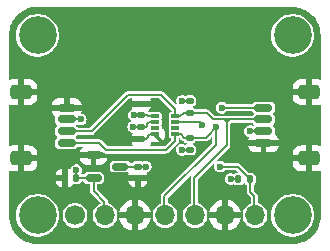
<source format=gbr>
%TF.GenerationSoftware,KiCad,Pcbnew,8.0.3-8.0.3-0~ubuntu23.10.1*%
%TF.CreationDate,2024-08-01T21:15:56-04:00*%
%TF.ProjectId,OPT4001,4f505434-3030-4312-9e6b-696361645f70,rev?*%
%TF.SameCoordinates,Original*%
%TF.FileFunction,Copper,L1,Top*%
%TF.FilePolarity,Positive*%
%FSLAX46Y46*%
G04 Gerber Fmt 4.6, Leading zero omitted, Abs format (unit mm)*
G04 Created by KiCad (PCBNEW 8.0.3-8.0.3-0~ubuntu23.10.1) date 2024-08-01 21:15:56*
%MOMM*%
%LPD*%
G01*
G04 APERTURE LIST*
G04 Aperture macros list*
%AMRoundRect*
0 Rectangle with rounded corners*
0 $1 Rounding radius*
0 $2 $3 $4 $5 $6 $7 $8 $9 X,Y pos of 4 corners*
0 Add a 4 corners polygon primitive as box body*
4,1,4,$2,$3,$4,$5,$6,$7,$8,$9,$2,$3,0*
0 Add four circle primitives for the rounded corners*
1,1,$1+$1,$2,$3*
1,1,$1+$1,$4,$5*
1,1,$1+$1,$6,$7*
1,1,$1+$1,$8,$9*
0 Add four rect primitives between the rounded corners*
20,1,$1+$1,$2,$3,$4,$5,0*
20,1,$1+$1,$4,$5,$6,$7,0*
20,1,$1+$1,$6,$7,$8,$9,0*
20,1,$1+$1,$8,$9,$2,$3,0*%
G04 Aperture macros list end*
%TA.AperFunction,SMDPad,CuDef*%
%ADD10RoundRect,0.135000X-0.185000X0.135000X-0.185000X-0.135000X0.185000X-0.135000X0.185000X0.135000X0*%
%TD*%
%TA.AperFunction,ComponentPad*%
%ADD11C,3.200000*%
%TD*%
%TA.AperFunction,SMDPad,CuDef*%
%ADD12RoundRect,0.150000X-0.625000X0.150000X-0.625000X-0.150000X0.625000X-0.150000X0.625000X0.150000X0*%
%TD*%
%TA.AperFunction,SMDPad,CuDef*%
%ADD13RoundRect,0.250000X-0.650000X0.350000X-0.650000X-0.350000X0.650000X-0.350000X0.650000X0.350000X0*%
%TD*%
%TA.AperFunction,SMDPad,CuDef*%
%ADD14RoundRect,0.135000X-0.135000X-0.185000X0.135000X-0.185000X0.135000X0.185000X-0.135000X0.185000X0*%
%TD*%
%TA.AperFunction,SMDPad,CuDef*%
%ADD15RoundRect,0.140000X0.140000X0.170000X-0.140000X0.170000X-0.140000X-0.170000X0.140000X-0.170000X0*%
%TD*%
%TA.AperFunction,SMDPad,CuDef*%
%ADD16RoundRect,0.150000X-0.512500X-0.150000X0.512500X-0.150000X0.512500X0.150000X-0.512500X0.150000X0*%
%TD*%
%TA.AperFunction,SMDPad,CuDef*%
%ADD17RoundRect,0.135000X0.185000X-0.135000X0.185000X0.135000X-0.185000X0.135000X-0.185000X-0.135000X0*%
%TD*%
%TA.AperFunction,SMDPad,CuDef*%
%ADD18RoundRect,0.140000X0.170000X-0.140000X0.170000X0.140000X-0.170000X0.140000X-0.170000X-0.140000X0*%
%TD*%
%TA.AperFunction,SMDPad,CuDef*%
%ADD19RoundRect,0.140000X-0.170000X0.140000X-0.170000X-0.140000X0.170000X-0.140000X0.170000X0.140000X0*%
%TD*%
%TA.AperFunction,SMDPad,CuDef*%
%ADD20RoundRect,0.150000X0.625000X-0.150000X0.625000X0.150000X-0.625000X0.150000X-0.625000X-0.150000X0*%
%TD*%
%TA.AperFunction,SMDPad,CuDef*%
%ADD21RoundRect,0.250000X0.650000X-0.350000X0.650000X0.350000X-0.650000X0.350000X-0.650000X-0.350000X0*%
%TD*%
%TA.AperFunction,SMDPad,CuDef*%
%ADD22R,0.720000X0.300000*%
%TD*%
%TA.AperFunction,ComponentPad*%
%ADD23O,1.700000X1.700000*%
%TD*%
%TA.AperFunction,ComponentPad*%
%ADD24C,1.700000*%
%TD*%
%TA.AperFunction,ViaPad*%
%ADD25C,0.600000*%
%TD*%
%TA.AperFunction,Conductor*%
%ADD26C,0.200000*%
%TD*%
G04 APERTURE END LIST*
D10*
%TO.P,R1,1*%
%TO.N,Net-(JP1-B)*%
X117000000Y-95390000D03*
%TO.P,R1,2*%
%TO.N,GND*%
X117000000Y-96410000D03*
%TD*%
D11*
%TO.P,H1,1,1*%
%TO.N,unconnected-(H1-Pad1)*%
X108204000Y-87630000D03*
%TD*%
D12*
%TO.P,J1,1,Pin_1*%
%TO.N,GND*%
X110664000Y-93750000D03*
%TO.P,J1,2,Pin_2*%
%TO.N,VDD*%
X110664000Y-94750000D03*
%TO.P,J1,3,Pin_3*%
%TO.N,/SDA*%
X110664000Y-95750000D03*
%TO.P,J1,4,Pin_4*%
%TO.N,/SCL*%
X110664000Y-96750000D03*
D13*
%TO.P,J1,MP,MountPin*%
%TO.N,GND*%
X106789000Y-92450000D03*
X106789000Y-98050000D03*
%TD*%
D11*
%TO.P,H4,1,1*%
%TO.N,unconnected-(H4-Pad1)*%
X129794000Y-87630000D03*
%TD*%
D14*
%TO.P,R6,1*%
%TO.N,VDD*%
X125190000Y-99800000D03*
%TO.P,R6,2*%
%TO.N,/INT*%
X126210000Y-99800000D03*
%TD*%
D15*
%TO.P,C3,1*%
%TO.N,+3.3V*%
X111490000Y-99691100D03*
%TO.P,C3,2*%
%TO.N,GND*%
X110530000Y-99691100D03*
%TD*%
D11*
%TO.P,H3,1,1*%
%TO.N,unconnected-(H3-Pad1)*%
X108204000Y-102870000D03*
%TD*%
D16*
%TO.P,U2,1,GND*%
%TO.N,GND*%
X112942500Y-97791100D03*
%TO.P,U2,2,VO*%
%TO.N,+3.3V*%
X112942500Y-99691100D03*
%TO.P,U2,3,VI*%
%TO.N,VDD*%
X115217500Y-98741100D03*
%TD*%
D17*
%TO.P,R4,1*%
%TO.N,VDD*%
X121100000Y-97310000D03*
%TO.P,R4,2*%
%TO.N,/SCL*%
X121100000Y-96290000D03*
%TD*%
D11*
%TO.P,H2,1,1*%
%TO.N,unconnected-(H2-Pad1)*%
X129794000Y-102870000D03*
%TD*%
D18*
%TO.P,C1,1*%
%TO.N,+3.3V*%
X117000000Y-94380000D03*
%TO.P,C1,2*%
%TO.N,GND*%
X117000000Y-93420000D03*
%TD*%
D19*
%TO.P,C2,1*%
%TO.N,VDD*%
X116680000Y-98741100D03*
%TO.P,C2,2*%
%TO.N,GND*%
X116680000Y-99701100D03*
%TD*%
D10*
%TO.P,R3,1*%
%TO.N,VDD*%
X121100000Y-93190000D03*
%TO.P,R3,2*%
%TO.N,/SDA*%
X121100000Y-94210000D03*
%TD*%
D20*
%TO.P,J2,1,Pin_1*%
%TO.N,GND*%
X127334000Y-96750000D03*
%TO.P,J2,2,Pin_2*%
%TO.N,VDD*%
X127334000Y-95750000D03*
%TO.P,J2,3,Pin_3*%
%TO.N,/SDA*%
X127334000Y-94750000D03*
%TO.P,J2,4,Pin_4*%
%TO.N,/SCL*%
X127334000Y-93750000D03*
D21*
%TO.P,J2,MP,MountPin*%
%TO.N,GND*%
X131209000Y-98050000D03*
X131209000Y-92450000D03*
%TD*%
D22*
%TO.P,U1,1,VDD*%
%TO.N,+3.3V*%
X118139000Y-94500000D03*
%TO.P,U1,2,ADDR*%
%TO.N,Net-(JP1-B)*%
X118139000Y-95000000D03*
%TO.P,U1,3,NC*%
%TO.N,unconnected-(U1-NC-Pad3)*%
X118139000Y-95500000D03*
%TO.P,U1,4,GND*%
%TO.N,GND*%
X118139000Y-96000000D03*
%TO.P,U1,5,SCL*%
%TO.N,/SCL*%
X119859000Y-96000000D03*
%TO.P,U1,6,NC*%
%TO.N,unconnected-(U1-NC-Pad6)*%
X119859000Y-95500000D03*
%TO.P,U1,7,INT*%
%TO.N,/INT*%
X119859000Y-95000000D03*
%TO.P,U1,8,SDA*%
%TO.N,/SDA*%
X119859000Y-94500000D03*
%TD*%
D23*
%TO.P,J3,7,Pin_7*%
%TO.N,/INT*%
X126614000Y-102870000D03*
%TO.P,J3,6,Pin_6*%
%TO.N,GND*%
X124074000Y-102870000D03*
%TO.P,J3,5,Pin_5*%
%TO.N,/SDA*%
X121534000Y-102870000D03*
%TO.P,J3,4,Pin_4*%
%TO.N,/SCL*%
X118994000Y-102870000D03*
%TO.P,J3,3,Pin_3*%
%TO.N,GND*%
X116454000Y-102870000D03*
%TO.P,J3,2,Pin_2*%
%TO.N,+3.3V*%
X113914000Y-102870000D03*
D24*
%TO.P,J3,1,Pin_1*%
%TO.N,VDD*%
X111374000Y-102870000D03*
%TD*%
D25*
%TO.N,GND*%
X111950000Y-97790000D03*
X116320000Y-96410000D03*
X116360000Y-93430000D03*
X126210000Y-96750000D03*
X111850000Y-93750000D03*
%TO.N,/SCL*%
X123310000Y-95430000D03*
X123800000Y-93750000D03*
%TO.N,VDD*%
X124580000Y-99790000D03*
X126210000Y-95750000D03*
X120420000Y-97310000D03*
X120450000Y-93190000D03*
X111850000Y-94750000D03*
X117350000Y-98740000D03*
%TO.N,/INT*%
X122100000Y-95180000D03*
X123660000Y-98740000D03*
%TO.N,+3.3V*%
X111500000Y-99040000D03*
X116370000Y-94380000D03*
%TO.N,Net-(JP1-B)*%
X116320000Y-95390000D03*
%TD*%
D26*
%TO.N,GND*%
X117000000Y-93420000D02*
X116370000Y-93420000D01*
X112942500Y-97791100D02*
X111951100Y-97791100D01*
X110664000Y-93750000D02*
X111850000Y-93750000D01*
X117420000Y-96410000D02*
X117000000Y-96410000D01*
X111951100Y-97791100D02*
X111950000Y-97790000D01*
X118139000Y-96000000D02*
X117710000Y-96000000D01*
X117560000Y-96150000D02*
X117560000Y-96270000D01*
X127334000Y-96750000D02*
X126210000Y-96750000D01*
X116370000Y-93420000D02*
X116360000Y-93430000D01*
X117000000Y-96410000D02*
X116320000Y-96410000D01*
X117710000Y-96000000D02*
X117560000Y-96150000D01*
X117560000Y-96270000D02*
X117420000Y-96410000D01*
%TO.N,/SCL*%
X123310000Y-95430000D02*
X123310000Y-96880000D01*
X120330000Y-96000000D02*
X120620000Y-96290000D01*
X114030000Y-97340000D02*
X119060000Y-97340000D01*
X119859000Y-96000000D02*
X120330000Y-96000000D01*
X123310000Y-96880000D02*
X118934000Y-101256000D01*
X120620000Y-96290000D02*
X121100000Y-96290000D01*
X119859000Y-96541000D02*
X119859000Y-96000000D01*
X118934000Y-101256000D02*
X118934000Y-102870000D01*
X110664000Y-96750000D02*
X113440000Y-96750000D01*
X122610000Y-96130000D02*
X123310000Y-95430000D01*
X113440000Y-96750000D02*
X114030000Y-97340000D01*
X123800000Y-93750000D02*
X127334000Y-93750000D01*
X122450000Y-96290000D02*
X122610000Y-96130000D01*
X121100000Y-96290000D02*
X122450000Y-96290000D01*
X119060000Y-97340000D02*
X119859000Y-96541000D01*
%TO.N,/SDA*%
X123070000Y-94750000D02*
X123980000Y-94750000D01*
X124230000Y-94750000D02*
X124230000Y-95000000D01*
X119859000Y-93859000D02*
X118660000Y-92660000D01*
X124480000Y-94750000D02*
X127334000Y-94750000D01*
X121474000Y-99696000D02*
X121474000Y-102870000D01*
X121100000Y-94210000D02*
X122530000Y-94210000D01*
X118660000Y-92660000D02*
X115870000Y-92660000D01*
X112780000Y-95750000D02*
X110664000Y-95750000D01*
X124230000Y-96940000D02*
X121474000Y-99696000D01*
X120300000Y-94500000D02*
X120590000Y-94210000D01*
X124230000Y-94750000D02*
X124480000Y-94750000D01*
X115870000Y-92660000D02*
X112780000Y-95750000D01*
X119859000Y-94500000D02*
X119859000Y-93859000D01*
X120590000Y-94210000D02*
X121100000Y-94210000D01*
X124230000Y-95000000D02*
X124480000Y-94750000D01*
X119859000Y-94500000D02*
X120300000Y-94500000D01*
X124230000Y-95000000D02*
X123980000Y-94750000D01*
X124230000Y-95000000D02*
X124230000Y-96940000D01*
X122530000Y-94210000D02*
X123070000Y-94750000D01*
X123980000Y-94750000D02*
X124230000Y-94750000D01*
%TO.N,VDD*%
X127334000Y-95750000D02*
X126210000Y-95750000D01*
X121100000Y-93190000D02*
X120450000Y-93190000D01*
X124590000Y-99800000D02*
X124580000Y-99790000D01*
X117348900Y-98741100D02*
X117350000Y-98740000D01*
X125190000Y-99800000D02*
X124590000Y-99800000D01*
X121100000Y-97310000D02*
X120420000Y-97310000D01*
X116680000Y-98741100D02*
X117348900Y-98741100D01*
X110664000Y-94750000D02*
X111850000Y-94750000D01*
X116680000Y-98741100D02*
X115217500Y-98741100D01*
%TO.N,/INT*%
X126210000Y-100910000D02*
X126554000Y-101254000D01*
X126210000Y-99800000D02*
X125150000Y-98740000D01*
X121920000Y-95000000D02*
X122100000Y-95180000D01*
X126210000Y-99800000D02*
X126210000Y-100910000D01*
X125150000Y-98740000D02*
X123660000Y-98740000D01*
X119859000Y-95000000D02*
X121920000Y-95000000D01*
X126554000Y-101254000D02*
X126554000Y-102870000D01*
%TO.N,+3.3V*%
X112942500Y-100792500D02*
X113854000Y-101704000D01*
X111490000Y-99691100D02*
X111490000Y-99050000D01*
X111490000Y-99691100D02*
X112942500Y-99691100D01*
X113854000Y-101704000D02*
X113854000Y-102870000D01*
X117570000Y-94500000D02*
X118139000Y-94500000D01*
X117000000Y-94380000D02*
X116370000Y-94380000D01*
X112942500Y-99691100D02*
X112942500Y-100792500D01*
X111490000Y-99050000D02*
X111500000Y-99040000D01*
X117000000Y-94380000D02*
X117450000Y-94380000D01*
X117450000Y-94380000D02*
X117570000Y-94500000D01*
%TO.N,Net-(JP1-B)*%
X117000000Y-95390000D02*
X117389000Y-95390000D01*
X117479000Y-95160000D02*
X117639000Y-95000000D01*
X117000000Y-95390000D02*
X116320000Y-95390000D01*
X117389000Y-95390000D02*
X117479000Y-95300000D01*
X117639000Y-95000000D02*
X118139000Y-95000000D01*
X117479000Y-95300000D02*
X117479000Y-95160000D01*
%TD*%
%TA.AperFunction,Conductor*%
%TO.N,GND*%
G36*
X116217312Y-92978806D02*
G01*
X116235618Y-93023000D01*
X116233136Y-93040437D01*
X116195494Y-93169999D01*
X116195495Y-93170000D01*
X117804505Y-93170000D01*
X117804505Y-93169999D01*
X117766864Y-93040437D01*
X117772113Y-92992890D01*
X117809445Y-92962982D01*
X117826882Y-92960500D01*
X118509641Y-92960500D01*
X118553835Y-92978806D01*
X119540194Y-93965165D01*
X119558500Y-94009359D01*
X119558500Y-94087000D01*
X119540194Y-94131194D01*
X119496000Y-94149500D01*
X119479252Y-94149500D01*
X119420769Y-94161132D01*
X119420767Y-94161133D01*
X119354447Y-94205447D01*
X119310133Y-94271767D01*
X119310132Y-94271769D01*
X119298500Y-94330251D01*
X119298500Y-94669748D01*
X119311334Y-94734268D01*
X119309248Y-94734682D01*
X119309248Y-94765317D01*
X119311334Y-94765732D01*
X119300992Y-94817726D01*
X119298500Y-94830252D01*
X119298500Y-95169748D01*
X119306497Y-95209954D01*
X119311334Y-95234268D01*
X119309248Y-95234682D01*
X119309248Y-95265317D01*
X119311334Y-95265732D01*
X119310133Y-95271768D01*
X119310133Y-95271769D01*
X119306497Y-95290047D01*
X119300051Y-95322457D01*
X119298500Y-95330252D01*
X119298500Y-95669748D01*
X119309038Y-95722728D01*
X119311334Y-95734268D01*
X119309248Y-95734682D01*
X119309248Y-95765317D01*
X119311334Y-95765732D01*
X119298500Y-95830251D01*
X119298500Y-96169748D01*
X119310132Y-96228230D01*
X119310133Y-96228232D01*
X119354447Y-96294552D01*
X119420767Y-96338866D01*
X119420769Y-96338867D01*
X119479252Y-96350500D01*
X119479261Y-96350500D01*
X119479993Y-96350573D01*
X119480214Y-96350691D01*
X119482263Y-96351099D01*
X119482139Y-96351720D01*
X119522180Y-96373122D01*
X119536067Y-96418897D01*
X119518062Y-96456966D01*
X118953835Y-97021194D01*
X118909641Y-97039500D01*
X117739032Y-97039500D01*
X117694838Y-97021194D01*
X117676532Y-96977000D01*
X117688929Y-96940789D01*
X117688735Y-96940674D01*
X117689290Y-96939733D01*
X117689647Y-96938694D01*
X117690737Y-96937288D01*
X117772404Y-96799195D01*
X117772405Y-96799194D01*
X117802659Y-96695063D01*
X117832568Y-96657731D01*
X117862677Y-96650000D01*
X118546824Y-96650000D01*
X118546831Y-96649999D01*
X118573950Y-96647083D01*
X118573951Y-96647083D01*
X117971062Y-96044194D01*
X117952756Y-96000000D01*
X117971062Y-95955806D01*
X118058062Y-95868806D01*
X118102256Y-95850500D01*
X118349744Y-95850500D01*
X118393938Y-95868806D01*
X118412244Y-95913000D01*
X118393938Y-95957194D01*
X118351132Y-96000000D01*
X118857100Y-96505969D01*
X118857101Y-96505968D01*
X118942352Y-96392090D01*
X118992597Y-96257377D01*
X118998999Y-96197835D01*
X118999000Y-96197822D01*
X118999000Y-95802177D01*
X118998999Y-95802164D01*
X118992597Y-95742622D01*
X118942352Y-95607909D01*
X118857101Y-95494030D01*
X118857100Y-95494029D01*
X118806194Y-95544936D01*
X118762000Y-95563242D01*
X118717806Y-95544936D01*
X118699500Y-95500742D01*
X118699500Y-95330252D01*
X118687867Y-95271769D01*
X118687866Y-95271768D01*
X118686666Y-95265731D01*
X118688758Y-95265314D01*
X118688754Y-95234684D01*
X118686666Y-95234269D01*
X118688997Y-95222551D01*
X118699500Y-95169748D01*
X118699500Y-94830252D01*
X118687867Y-94771769D01*
X118687866Y-94771768D01*
X118686666Y-94765731D01*
X118688758Y-94765314D01*
X118688754Y-94734684D01*
X118686666Y-94734269D01*
X118689495Y-94720045D01*
X118699500Y-94669748D01*
X118699500Y-94330252D01*
X118687867Y-94271769D01*
X118686882Y-94270295D01*
X118643552Y-94205447D01*
X118577232Y-94161133D01*
X118577230Y-94161132D01*
X118518748Y-94149500D01*
X117759252Y-94149500D01*
X117696279Y-94162026D01*
X117649363Y-94152694D01*
X117639894Y-94144923D01*
X117634511Y-94139540D01*
X117634510Y-94139539D01*
X117621698Y-94132142D01*
X117621697Y-94132142D01*
X117616955Y-94129404D01*
X117587836Y-94091452D01*
X117594081Y-94044026D01*
X117604013Y-94031084D01*
X117679720Y-93955377D01*
X117762030Y-93816197D01*
X117762031Y-93816196D01*
X117804505Y-93670000D01*
X116195495Y-93670000D01*
X116237967Y-93816192D01*
X116239530Y-93819804D01*
X116238467Y-93820263D01*
X116244597Y-93863379D01*
X116215870Y-93901628D01*
X116201672Y-93907795D01*
X116159949Y-93920046D01*
X116159942Y-93920049D01*
X116038873Y-93997854D01*
X115944623Y-94106625D01*
X115944623Y-94106627D01*
X115884834Y-94237544D01*
X115864353Y-94380000D01*
X115884834Y-94522455D01*
X115891546Y-94537151D01*
X115931238Y-94624065D01*
X115944623Y-94653372D01*
X115944623Y-94653374D01*
X116038873Y-94762145D01*
X116125360Y-94817726D01*
X116152642Y-94857018D01*
X116144148Y-94904094D01*
X116113492Y-94927045D01*
X116114015Y-94928189D01*
X116109952Y-94930044D01*
X116109947Y-94930046D01*
X116109947Y-94930047D01*
X116103001Y-94934511D01*
X115988871Y-95007857D01*
X115894623Y-95116625D01*
X115894623Y-95116627D01*
X115834834Y-95247544D01*
X115814353Y-95390000D01*
X115834834Y-95532455D01*
X115834835Y-95532457D01*
X115883927Y-95639953D01*
X115894623Y-95663372D01*
X115894623Y-95663374D01*
X115977955Y-95759544D01*
X115988872Y-95772143D01*
X116109947Y-95849953D01*
X116109949Y-95849953D01*
X116109950Y-95849954D01*
X116219196Y-95882031D01*
X116256443Y-95912046D01*
X116261556Y-95959607D01*
X116255385Y-95973813D01*
X116227594Y-96020805D01*
X116187155Y-96159999D01*
X116187155Y-96160000D01*
X117187500Y-96160000D01*
X117231694Y-96178306D01*
X117250000Y-96222500D01*
X117250000Y-96597500D01*
X117231694Y-96641694D01*
X117187500Y-96660000D01*
X116187155Y-96660000D01*
X116227594Y-96799194D01*
X116227595Y-96799195D01*
X116309262Y-96937288D01*
X116310353Y-96938694D01*
X116310575Y-96939508D01*
X116311265Y-96940674D01*
X116310946Y-96940862D01*
X116322975Y-96984834D01*
X116299274Y-97026385D01*
X116260968Y-97039500D01*
X114180359Y-97039500D01*
X114136165Y-97021194D01*
X113624510Y-96509539D01*
X113605574Y-96498607D01*
X113603676Y-96497511D01*
X113555989Y-96469979D01*
X113555988Y-96469978D01*
X113555987Y-96469978D01*
X113479567Y-96449500D01*
X113479562Y-96449500D01*
X111644581Y-96449500D01*
X111600387Y-96431194D01*
X111588432Y-96414450D01*
X111578199Y-96393519D01*
X111578197Y-96393516D01*
X111495483Y-96310802D01*
X111495479Y-96310800D01*
X111485965Y-96306149D01*
X111454302Y-96270295D01*
X111457265Y-96222551D01*
X111485964Y-96193851D01*
X111495483Y-96189198D01*
X111578198Y-96106483D01*
X111582524Y-96097633D01*
X111588432Y-96085550D01*
X111624288Y-96053886D01*
X111644581Y-96050500D01*
X112819562Y-96050500D01*
X112819567Y-96050499D01*
X112843096Y-96044194D01*
X112895989Y-96030021D01*
X112964511Y-95990460D01*
X113020460Y-95934511D01*
X115976165Y-92978806D01*
X116020359Y-92960500D01*
X116173118Y-92960500D01*
X116217312Y-92978806D01*
G37*
%TD.AperFunction*%
%TA.AperFunction,Conductor*%
G36*
X129766884Y-85207613D02*
G01*
X130052036Y-85224862D01*
X130059503Y-85225769D01*
X130338629Y-85276921D01*
X130345956Y-85278727D01*
X130544347Y-85340548D01*
X130616871Y-85363147D01*
X130623927Y-85365822D01*
X130882707Y-85482289D01*
X130889377Y-85485791D01*
X131044035Y-85579285D01*
X131132219Y-85632594D01*
X131138430Y-85636881D01*
X131361809Y-85811888D01*
X131367458Y-85816893D01*
X131568106Y-86017541D01*
X131573111Y-86023190D01*
X131748118Y-86246569D01*
X131752405Y-86252780D01*
X131899205Y-86495616D01*
X131902713Y-86502299D01*
X132019176Y-86761071D01*
X132021852Y-86768128D01*
X132106272Y-87039043D01*
X132108078Y-87046371D01*
X132159228Y-87325483D01*
X132160138Y-87332976D01*
X132175991Y-87595071D01*
X132175899Y-87597521D01*
X132177385Y-87621971D01*
X132177500Y-87625761D01*
X132177500Y-87649102D01*
X132177629Y-87649669D01*
X132190183Y-87675440D01*
X132190305Y-87675692D01*
X132200310Y-87696466D01*
X132206500Y-87723585D01*
X132206500Y-91338492D01*
X132188194Y-91382686D01*
X132144000Y-91400992D01*
X132124341Y-91397820D01*
X132011691Y-91360492D01*
X131908986Y-91350000D01*
X131459000Y-91350000D01*
X131459000Y-93549999D01*
X131908976Y-93549999D01*
X131908987Y-93549998D01*
X132011687Y-93539507D01*
X132011694Y-93539506D01*
X132124341Y-93502179D01*
X132172050Y-93505655D01*
X132203328Y-93541848D01*
X132206500Y-93561507D01*
X132206500Y-96938492D01*
X132188194Y-96982686D01*
X132144000Y-97000992D01*
X132124341Y-96997820D01*
X132011691Y-96960492D01*
X131908986Y-96950000D01*
X131459000Y-96950000D01*
X131459000Y-99149999D01*
X131908976Y-99149999D01*
X131908987Y-99149998D01*
X132011687Y-99139507D01*
X132011694Y-99139506D01*
X132124341Y-99102179D01*
X132172050Y-99105655D01*
X132203328Y-99141848D01*
X132206500Y-99161507D01*
X132206500Y-102868110D01*
X132206386Y-102871884D01*
X132189138Y-103157023D01*
X132188228Y-103164515D01*
X132137078Y-103443628D01*
X132135272Y-103450956D01*
X132050852Y-103721871D01*
X132048176Y-103728928D01*
X131931713Y-103987700D01*
X131928205Y-103994383D01*
X131781405Y-104237219D01*
X131777118Y-104243430D01*
X131602111Y-104466809D01*
X131597106Y-104472458D01*
X131396458Y-104673106D01*
X131390809Y-104678111D01*
X131167430Y-104853118D01*
X131161219Y-104857405D01*
X130918383Y-105004205D01*
X130911700Y-105007713D01*
X130652928Y-105124176D01*
X130645871Y-105126852D01*
X130374956Y-105211272D01*
X130367628Y-105213078D01*
X130088515Y-105264228D01*
X130081023Y-105265138D01*
X129795885Y-105282386D01*
X129792111Y-105282500D01*
X108205889Y-105282500D01*
X108202115Y-105282386D01*
X107916976Y-105265138D01*
X107909484Y-105264228D01*
X107630371Y-105213078D01*
X107623043Y-105211272D01*
X107352128Y-105126852D01*
X107345071Y-105124176D01*
X107086299Y-105007713D01*
X107079616Y-105004205D01*
X106836780Y-104857405D01*
X106830569Y-104853118D01*
X106607190Y-104678111D01*
X106601541Y-104673106D01*
X106400893Y-104472458D01*
X106395888Y-104466809D01*
X106220881Y-104243430D01*
X106216594Y-104237219D01*
X106159895Y-104143428D01*
X106069791Y-103994377D01*
X106066289Y-103987707D01*
X105949822Y-103728927D01*
X105947147Y-103721871D01*
X105862727Y-103450956D01*
X105860921Y-103443628D01*
X105847428Y-103370000D01*
X105809769Y-103164503D01*
X105808862Y-103157034D01*
X105791614Y-102871883D01*
X105791557Y-102870000D01*
X106398451Y-102870000D01*
X106417185Y-103120000D01*
X106418617Y-103139102D01*
X106418617Y-103139104D01*
X106478663Y-103402188D01*
X106478666Y-103402195D01*
X106577257Y-103653398D01*
X106712185Y-103887102D01*
X106712187Y-103887105D01*
X106712191Y-103887111D01*
X106880432Y-104098077D01*
X106880435Y-104098080D01*
X106880439Y-104098085D01*
X107078259Y-104281635D01*
X107078264Y-104281638D01*
X107078267Y-104281641D01*
X107219101Y-104377659D01*
X107301226Y-104433651D01*
X107544359Y-104550738D01*
X107684469Y-104593956D01*
X107802217Y-104630277D01*
X107802221Y-104630278D01*
X107802228Y-104630280D01*
X108069071Y-104670500D01*
X108069077Y-104670500D01*
X108338923Y-104670500D01*
X108338929Y-104670500D01*
X108605772Y-104630280D01*
X108863641Y-104550738D01*
X109106775Y-104433651D01*
X109329741Y-104281635D01*
X109527561Y-104098085D01*
X109695815Y-103887102D01*
X109830743Y-103653398D01*
X109929334Y-103402195D01*
X109936683Y-103370000D01*
X109959484Y-103270099D01*
X109989383Y-103139103D01*
X110009549Y-102870000D01*
X110009549Y-102869999D01*
X110318417Y-102869999D01*
X110318417Y-102870000D01*
X110338699Y-103075930D01*
X110338700Y-103075935D01*
X110398766Y-103273949D01*
X110398768Y-103273954D01*
X110496311Y-103456444D01*
X110496313Y-103456448D01*
X110496315Y-103456450D01*
X110627590Y-103616410D01*
X110787550Y-103747685D01*
X110787553Y-103747686D01*
X110787555Y-103747688D01*
X110862912Y-103787967D01*
X110970046Y-103845232D01*
X111168066Y-103905300D01*
X111374000Y-103925583D01*
X111579934Y-103905300D01*
X111777954Y-103845232D01*
X111960450Y-103747685D01*
X112120410Y-103616410D01*
X112251685Y-103456450D01*
X112349232Y-103273954D01*
X112409300Y-103075934D01*
X112429583Y-102870000D01*
X112409300Y-102664066D01*
X112349232Y-102466046D01*
X112251685Y-102283550D01*
X112120410Y-102123590D01*
X111960450Y-101992315D01*
X111960448Y-101992313D01*
X111960444Y-101992311D01*
X111777954Y-101894768D01*
X111777949Y-101894766D01*
X111579935Y-101834700D01*
X111579930Y-101834699D01*
X111374000Y-101814417D01*
X111168069Y-101834699D01*
X111168064Y-101834700D01*
X110970050Y-101894766D01*
X110970045Y-101894768D01*
X110787555Y-101992311D01*
X110787544Y-101992319D01*
X110627591Y-102123588D01*
X110627588Y-102123591D01*
X110496319Y-102283544D01*
X110496311Y-102283555D01*
X110398768Y-102466045D01*
X110398766Y-102466050D01*
X110338700Y-102664064D01*
X110338699Y-102664069D01*
X110318417Y-102869999D01*
X110009549Y-102869999D01*
X110009407Y-102868110D01*
X110004616Y-102804174D01*
X109989383Y-102600897D01*
X109945016Y-102406512D01*
X109929336Y-102337811D01*
X109908040Y-102283550D01*
X109830743Y-102086602D01*
X109695815Y-101852898D01*
X109695810Y-101852892D01*
X109695808Y-101852888D01*
X109527567Y-101641922D01*
X109527564Y-101641919D01*
X109527561Y-101641915D01*
X109329741Y-101458365D01*
X109329735Y-101458361D01*
X109329732Y-101458358D01*
X109106775Y-101306349D01*
X108863641Y-101189262D01*
X108863638Y-101189261D01*
X108863636Y-101189260D01*
X108863632Y-101189259D01*
X108605782Y-101109722D01*
X108605773Y-101109720D01*
X108472350Y-101089610D01*
X108338929Y-101069500D01*
X108069071Y-101069500D01*
X107802226Y-101109720D01*
X107802217Y-101109722D01*
X107544367Y-101189259D01*
X107544363Y-101189260D01*
X107301225Y-101306349D01*
X107078267Y-101458358D01*
X107078260Y-101458363D01*
X107078259Y-101458365D01*
X106893903Y-101629422D01*
X106880437Y-101641917D01*
X106880432Y-101641922D01*
X106712191Y-101852888D01*
X106577258Y-102086599D01*
X106478663Y-102337811D01*
X106418617Y-102600895D01*
X106418617Y-102600897D01*
X106398593Y-102868110D01*
X106398451Y-102870000D01*
X105791557Y-102870000D01*
X105791500Y-102868110D01*
X105791500Y-99941100D01*
X109751211Y-99941100D01*
X109752856Y-99962021D01*
X109797968Y-100117296D01*
X109797969Y-100117297D01*
X109880279Y-100256477D01*
X109994622Y-100370820D01*
X110133802Y-100453130D01*
X110133803Y-100453131D01*
X110279999Y-100495605D01*
X110280000Y-100495604D01*
X110280000Y-99941100D01*
X109751211Y-99941100D01*
X105791500Y-99941100D01*
X105791500Y-99441099D01*
X109751208Y-99441099D01*
X109751209Y-99441100D01*
X110280000Y-99441100D01*
X110280000Y-98886594D01*
X110279999Y-98886593D01*
X110780000Y-98886593D01*
X110780000Y-100495605D01*
X110926196Y-100453131D01*
X110926197Y-100453130D01*
X111065377Y-100370820D01*
X111065379Y-100370819D01*
X111179719Y-100256479D01*
X111179720Y-100256477D01*
X111198228Y-100225180D01*
X111236480Y-100196457D01*
X111260183Y-100195028D01*
X111260511Y-100195071D01*
X111260513Y-100195072D01*
X111310099Y-100201600D01*
X111669900Y-100201599D01*
X111719487Y-100195072D01*
X111828316Y-100144324D01*
X111913224Y-100059416D01*
X111928020Y-100027686D01*
X111963288Y-99995369D01*
X111984664Y-99991600D01*
X112074419Y-99991600D01*
X112118613Y-100009906D01*
X112130568Y-100026650D01*
X112140800Y-100047580D01*
X112140802Y-100047583D01*
X112223517Y-100130298D01*
X112328607Y-100181673D01*
X112396740Y-100191600D01*
X112579500Y-100191600D01*
X112623694Y-100209906D01*
X112642000Y-100254100D01*
X112642000Y-100832067D01*
X112662478Y-100908486D01*
X112662478Y-100908488D01*
X112701443Y-100975977D01*
X112702040Y-100977011D01*
X113521979Y-101796950D01*
X113540285Y-101841144D01*
X113521979Y-101885338D01*
X113507247Y-101896264D01*
X113327555Y-101992311D01*
X113327544Y-101992319D01*
X113167591Y-102123588D01*
X113167588Y-102123591D01*
X113036319Y-102283544D01*
X113036311Y-102283555D01*
X112938768Y-102466045D01*
X112938766Y-102466050D01*
X112878700Y-102664064D01*
X112878699Y-102664069D01*
X112858417Y-102869999D01*
X112858417Y-102870000D01*
X112878699Y-103075930D01*
X112878700Y-103075935D01*
X112938766Y-103273949D01*
X112938768Y-103273954D01*
X113036311Y-103456444D01*
X113036313Y-103456448D01*
X113036315Y-103456450D01*
X113167590Y-103616410D01*
X113327550Y-103747685D01*
X113327553Y-103747686D01*
X113327555Y-103747688D01*
X113402912Y-103787967D01*
X113510046Y-103845232D01*
X113708066Y-103905300D01*
X113914000Y-103925583D01*
X114119934Y-103905300D01*
X114317954Y-103845232D01*
X114500450Y-103747685D01*
X114660410Y-103616410D01*
X114791685Y-103456450D01*
X114889232Y-103273954D01*
X114949300Y-103075934D01*
X114969583Y-102870000D01*
X114949300Y-102664066D01*
X114935932Y-102619998D01*
X115123363Y-102619998D01*
X115123364Y-102620000D01*
X116020988Y-102620000D01*
X115988075Y-102677007D01*
X115954000Y-102804174D01*
X115954000Y-102935826D01*
X115988075Y-103062993D01*
X116020988Y-103120000D01*
X115123364Y-103120000D01*
X115123363Y-103120001D01*
X115180567Y-103333487D01*
X115180568Y-103333489D01*
X115280398Y-103547575D01*
X115415892Y-103741081D01*
X115582918Y-103908107D01*
X115776426Y-104043603D01*
X115990503Y-104143428D01*
X115990519Y-104143434D01*
X116203998Y-104200635D01*
X116204000Y-104200634D01*
X116204000Y-103303012D01*
X116261007Y-103335925D01*
X116388174Y-103370000D01*
X116519826Y-103370000D01*
X116646993Y-103335925D01*
X116704000Y-103303012D01*
X116704000Y-104200634D01*
X116704001Y-104200635D01*
X116917480Y-104143434D01*
X116917496Y-104143428D01*
X117131573Y-104043603D01*
X117325081Y-103908107D01*
X117492107Y-103741081D01*
X117627601Y-103547575D01*
X117727431Y-103333489D01*
X117727432Y-103333487D01*
X117784636Y-103120001D01*
X117784636Y-103120000D01*
X116887012Y-103120000D01*
X116919925Y-103062993D01*
X116954000Y-102935826D01*
X116954000Y-102804174D01*
X116919925Y-102677007D01*
X116887012Y-102620000D01*
X117784636Y-102620000D01*
X117784636Y-102619998D01*
X117727432Y-102406512D01*
X117727431Y-102406510D01*
X117627600Y-102192422D01*
X117492109Y-101998920D01*
X117325081Y-101831892D01*
X117131575Y-101696398D01*
X116917489Y-101596568D01*
X116917487Y-101596567D01*
X116704001Y-101539363D01*
X116704000Y-101539364D01*
X116704000Y-102436988D01*
X116646993Y-102404075D01*
X116519826Y-102370000D01*
X116388174Y-102370000D01*
X116261007Y-102404075D01*
X116204000Y-102436988D01*
X116204000Y-101539364D01*
X116203998Y-101539363D01*
X115990512Y-101596567D01*
X115990510Y-101596568D01*
X115776422Y-101696399D01*
X115582920Y-101831890D01*
X115415890Y-101998920D01*
X115280399Y-102192422D01*
X115180568Y-102406510D01*
X115180567Y-102406512D01*
X115123363Y-102619998D01*
X114935932Y-102619998D01*
X114889232Y-102466046D01*
X114791685Y-102283550D01*
X114660410Y-102123590D01*
X114500450Y-101992315D01*
X114500448Y-101992313D01*
X114500444Y-101992311D01*
X114317957Y-101894769D01*
X114198857Y-101858640D01*
X114161880Y-101828293D01*
X114154500Y-101798831D01*
X114154500Y-101664438D01*
X114154499Y-101664435D01*
X114145117Y-101629421D01*
X114134022Y-101588012D01*
X114105934Y-101539363D01*
X114094462Y-101519492D01*
X114094455Y-101519483D01*
X113261306Y-100686334D01*
X113243000Y-100642140D01*
X113243000Y-100254100D01*
X113261306Y-100209906D01*
X113305500Y-100191600D01*
X113488259Y-100191600D01*
X113488260Y-100191600D01*
X113556393Y-100181673D01*
X113661483Y-100130298D01*
X113744198Y-100047583D01*
X113791365Y-99951100D01*
X115875495Y-99951100D01*
X115917968Y-100097296D01*
X115917969Y-100097297D01*
X116000279Y-100236477D01*
X116114622Y-100350820D01*
X116253802Y-100433130D01*
X116253803Y-100433131D01*
X116409078Y-100478243D01*
X116430000Y-100479889D01*
X116930000Y-100479889D01*
X116950921Y-100478243D01*
X117106196Y-100433131D01*
X117106197Y-100433130D01*
X117245377Y-100350820D01*
X117245379Y-100350819D01*
X117359719Y-100236479D01*
X117359720Y-100236477D01*
X117442030Y-100097297D01*
X117442031Y-100097296D01*
X117484505Y-99951100D01*
X116930000Y-99951100D01*
X116930000Y-100479889D01*
X116430000Y-100479889D01*
X116430000Y-99951100D01*
X115875495Y-99951100D01*
X113791365Y-99951100D01*
X113795573Y-99942493D01*
X113805500Y-99874360D01*
X113805500Y-99507840D01*
X113795573Y-99439707D01*
X113744198Y-99334617D01*
X113661483Y-99251902D01*
X113556393Y-99200527D01*
X113556391Y-99200526D01*
X113556390Y-99200526D01*
X113502267Y-99192640D01*
X113488260Y-99190600D01*
X112396740Y-99190600D01*
X112385121Y-99192292D01*
X112328609Y-99200526D01*
X112223515Y-99251903D01*
X112140802Y-99334616D01*
X112140800Y-99334619D01*
X112130568Y-99355550D01*
X112094712Y-99387214D01*
X112074419Y-99390600D01*
X111987360Y-99390600D01*
X111943166Y-99372294D01*
X111924860Y-99328100D01*
X111930507Y-99302139D01*
X111985165Y-99182457D01*
X112005647Y-99040000D01*
X111985165Y-98897543D01*
X111925377Y-98766627D01*
X111925376Y-98766625D01*
X111831128Y-98657857D01*
X111710053Y-98580047D01*
X111710051Y-98580046D01*
X111710049Y-98580045D01*
X111571963Y-98539500D01*
X111571961Y-98539500D01*
X111428039Y-98539500D01*
X111428037Y-98539500D01*
X111289950Y-98580045D01*
X111168871Y-98657857D01*
X111074623Y-98766625D01*
X111074622Y-98766627D01*
X111013513Y-98900437D01*
X110978502Y-98933033D01*
X110930697Y-98931325D01*
X110927240Y-98929520D01*
X110926196Y-98929068D01*
X110780000Y-98886593D01*
X110279999Y-98886593D01*
X110133803Y-98929068D01*
X110133802Y-98929069D01*
X109994622Y-99011379D01*
X109994621Y-99011381D01*
X109880281Y-99125721D01*
X109880279Y-99125722D01*
X109797969Y-99264902D01*
X109797968Y-99264903D01*
X109752854Y-99420186D01*
X109752854Y-99420191D01*
X109751208Y-99441099D01*
X105791500Y-99441099D01*
X105791500Y-99161507D01*
X105809806Y-99117313D01*
X105854000Y-99099007D01*
X105873659Y-99102179D01*
X105986308Y-99139507D01*
X106089018Y-99149999D01*
X106539000Y-99149999D01*
X107039000Y-99149999D01*
X107488976Y-99149999D01*
X107488987Y-99149998D01*
X107591687Y-99139507D01*
X107591694Y-99139506D01*
X107758121Y-99084358D01*
X107907343Y-98992317D01*
X108031317Y-98868343D01*
X108123358Y-98719121D01*
X108178507Y-98552691D01*
X108188999Y-98449986D01*
X108189000Y-98449977D01*
X108189000Y-98300000D01*
X107039000Y-98300000D01*
X107039000Y-99149999D01*
X106539000Y-99149999D01*
X106539000Y-98041100D01*
X111782704Y-98041100D01*
X111782899Y-98043588D01*
X111828718Y-98201299D01*
X111828719Y-98201301D01*
X111912315Y-98342655D01*
X112028444Y-98458784D01*
X112169798Y-98542380D01*
X112169800Y-98542381D01*
X112327511Y-98588200D01*
X112364350Y-98591100D01*
X112692500Y-98591100D01*
X113192500Y-98591100D01*
X113520650Y-98591100D01*
X113557486Y-98588200D01*
X113557490Y-98588200D01*
X113661989Y-98557840D01*
X114354500Y-98557840D01*
X114354500Y-98924359D01*
X114364426Y-98992490D01*
X114364426Y-98992491D01*
X114364427Y-98992493D01*
X114415802Y-99097583D01*
X114498517Y-99180298D01*
X114603607Y-99231673D01*
X114671740Y-99241600D01*
X114671741Y-99241600D01*
X115763259Y-99241600D01*
X115763260Y-99241600D01*
X115831393Y-99231673D01*
X115831398Y-99231670D01*
X115836030Y-99230240D01*
X115836527Y-99231851D01*
X115877967Y-99229272D01*
X115913827Y-99260930D01*
X115917700Y-99305826D01*
X115875494Y-99451099D01*
X115875495Y-99451100D01*
X117484505Y-99451100D01*
X117484505Y-99451099D01*
X117440935Y-99301129D01*
X117443006Y-99300527D01*
X117442364Y-99259575D01*
X117475654Y-99225225D01*
X117482866Y-99222617D01*
X117558098Y-99200527D01*
X117560053Y-99199953D01*
X117681128Y-99122143D01*
X117775377Y-99013373D01*
X117835165Y-98882457D01*
X117855647Y-98740000D01*
X117835165Y-98597543D01*
X117775377Y-98466627D01*
X117775376Y-98466625D01*
X117681128Y-98357857D01*
X117638863Y-98330695D01*
X117560053Y-98280047D01*
X117560051Y-98280046D01*
X117560049Y-98280045D01*
X117421963Y-98239500D01*
X117421961Y-98239500D01*
X117278039Y-98239500D01*
X117278037Y-98239500D01*
X117139948Y-98280046D01*
X117096284Y-98308106D01*
X117049208Y-98316598D01*
X117036083Y-98312171D01*
X116967190Y-98280046D01*
X116939486Y-98267127D01*
X116889901Y-98260600D01*
X116470108Y-98260600D01*
X116470106Y-98260600D01*
X116470100Y-98260601D01*
X116420513Y-98267128D01*
X116420511Y-98267128D01*
X116420510Y-98267129D01*
X116311681Y-98317877D01*
X116226778Y-98402780D01*
X116226776Y-98402783D01*
X116226776Y-98402784D01*
X116225969Y-98404513D01*
X116224841Y-98405547D01*
X116223643Y-98407259D01*
X116223263Y-98406993D01*
X116190704Y-98436830D01*
X116169326Y-98440600D01*
X116085581Y-98440600D01*
X116041387Y-98422294D01*
X116029432Y-98405550D01*
X116019199Y-98384619D01*
X116019197Y-98384616D01*
X115936484Y-98301903D01*
X115936483Y-98301902D01*
X115831393Y-98250527D01*
X115831391Y-98250526D01*
X115831390Y-98250526D01*
X115777267Y-98242640D01*
X115763260Y-98240600D01*
X114671740Y-98240600D01*
X114660121Y-98242292D01*
X114603609Y-98250526D01*
X114498515Y-98301903D01*
X114415803Y-98384615D01*
X114364426Y-98489709D01*
X114354500Y-98557840D01*
X113661989Y-98557840D01*
X113715199Y-98542381D01*
X113715201Y-98542380D01*
X113856555Y-98458784D01*
X113856557Y-98458783D01*
X113972683Y-98342657D01*
X113972684Y-98342655D01*
X114056280Y-98201301D01*
X114056281Y-98201299D01*
X114102100Y-98043588D01*
X114102296Y-98041100D01*
X113192500Y-98041100D01*
X113192500Y-98591100D01*
X112692500Y-98591100D01*
X112692500Y-98041100D01*
X111782704Y-98041100D01*
X106539000Y-98041100D01*
X106539000Y-97800000D01*
X107039000Y-97800000D01*
X108188999Y-97800000D01*
X108188999Y-97650024D01*
X108188998Y-97650012D01*
X108178507Y-97547312D01*
X108178506Y-97547305D01*
X108123358Y-97380878D01*
X108031317Y-97231656D01*
X107907343Y-97107682D01*
X107758121Y-97015641D01*
X107591691Y-96960492D01*
X107488986Y-96950000D01*
X107039000Y-96950000D01*
X107039000Y-97800000D01*
X106539000Y-97800000D01*
X106539000Y-96950000D01*
X106089024Y-96950000D01*
X106089012Y-96950001D01*
X105986312Y-96960492D01*
X105986305Y-96960493D01*
X105873659Y-96997820D01*
X105825950Y-96994344D01*
X105794672Y-96958151D01*
X105791500Y-96938492D01*
X105791500Y-94000000D01*
X109391704Y-94000000D01*
X109391899Y-94002488D01*
X109437718Y-94160199D01*
X109437719Y-94160201D01*
X109521315Y-94301555D01*
X109637439Y-94417679D01*
X109668369Y-94435971D01*
X109697090Y-94474225D01*
X109698401Y-94498778D01*
X109688500Y-94566739D01*
X109688500Y-94933259D01*
X109698426Y-95001390D01*
X109698426Y-95001391D01*
X109698427Y-95001393D01*
X109749802Y-95106483D01*
X109749803Y-95106484D01*
X109832516Y-95189197D01*
X109832519Y-95189199D01*
X109842034Y-95193851D01*
X109873698Y-95229707D01*
X109870733Y-95277450D01*
X109842034Y-95306149D01*
X109832519Y-95310800D01*
X109832516Y-95310802D01*
X109749803Y-95393515D01*
X109698426Y-95498609D01*
X109688500Y-95566740D01*
X109688500Y-95933259D01*
X109698426Y-96001390D01*
X109698426Y-96001391D01*
X109698427Y-96001393D01*
X109749802Y-96106483D01*
X109749803Y-96106484D01*
X109832516Y-96189197D01*
X109832519Y-96189199D01*
X109842034Y-96193851D01*
X109873698Y-96229707D01*
X109870733Y-96277450D01*
X109842034Y-96306149D01*
X109832519Y-96310800D01*
X109832516Y-96310802D01*
X109749803Y-96393515D01*
X109698426Y-96498609D01*
X109688500Y-96566740D01*
X109688500Y-96933259D01*
X109698426Y-97001390D01*
X109698426Y-97001391D01*
X109698427Y-97001393D01*
X109749802Y-97106483D01*
X109832517Y-97189198D01*
X109937607Y-97240573D01*
X110005740Y-97250500D01*
X110005741Y-97250500D01*
X111322259Y-97250500D01*
X111322260Y-97250500D01*
X111390393Y-97240573D01*
X111495483Y-97189198D01*
X111578198Y-97106483D01*
X111582524Y-97097633D01*
X111588432Y-97085550D01*
X111624288Y-97053886D01*
X111644581Y-97050500D01*
X111950472Y-97050500D01*
X111994666Y-97068806D01*
X112012972Y-97113000D01*
X111994666Y-97157194D01*
X111912317Y-97239543D01*
X111912315Y-97239544D01*
X111828719Y-97380898D01*
X111828718Y-97380900D01*
X111782899Y-97538611D01*
X111782703Y-97541099D01*
X111782704Y-97541100D01*
X113780241Y-97541100D01*
X113824435Y-97559406D01*
X113824436Y-97559407D01*
X113845484Y-97580456D01*
X113845487Y-97580458D01*
X113845489Y-97580460D01*
X113914011Y-97620021D01*
X113937396Y-97626287D01*
X113990432Y-97640499D01*
X113990438Y-97640500D01*
X119099562Y-97640500D01*
X119099567Y-97640499D01*
X119122271Y-97634414D01*
X119175989Y-97620021D01*
X119244511Y-97580460D01*
X119300460Y-97524511D01*
X120099460Y-96725511D01*
X120139022Y-96656988D01*
X120159500Y-96580562D01*
X120159500Y-96501438D01*
X120159500Y-96413000D01*
X120177806Y-96368806D01*
X120222000Y-96350500D01*
X120229641Y-96350500D01*
X120273835Y-96368806D01*
X120379540Y-96474511D01*
X120435489Y-96530460D01*
X120504011Y-96570021D01*
X120527396Y-96576287D01*
X120580432Y-96590499D01*
X120580438Y-96590500D01*
X120582461Y-96590500D01*
X120583402Y-96590890D01*
X120584496Y-96591034D01*
X120584457Y-96591326D01*
X120626655Y-96608806D01*
X120633658Y-96617151D01*
X120635933Y-96620401D01*
X120635935Y-96620404D01*
X120635937Y-96620406D01*
X120719593Y-96704063D01*
X120719594Y-96704063D01*
X120719596Y-96704065D01*
X120803856Y-96743356D01*
X120836172Y-96778623D01*
X120834085Y-96826413D01*
X120803855Y-96856643D01*
X120740307Y-96886277D01*
X120692518Y-96888364D01*
X120680104Y-96882212D01*
X120640318Y-96856644D01*
X120630053Y-96850047D01*
X120630052Y-96850046D01*
X120630051Y-96850046D01*
X120491963Y-96809500D01*
X120491961Y-96809500D01*
X120348039Y-96809500D01*
X120348037Y-96809500D01*
X120209950Y-96850045D01*
X120088871Y-96927857D01*
X119994623Y-97036625D01*
X119994623Y-97036627D01*
X119934834Y-97167544D01*
X119914353Y-97310000D01*
X119934834Y-97452455D01*
X119934835Y-97452457D01*
X119978154Y-97547312D01*
X119994623Y-97583372D01*
X119994623Y-97583374D01*
X120052366Y-97650013D01*
X120088872Y-97692143D01*
X120209947Y-97769953D01*
X120209949Y-97769953D01*
X120209950Y-97769954D01*
X120348036Y-97810499D01*
X120348038Y-97810500D01*
X120348039Y-97810500D01*
X120491962Y-97810500D01*
X120491962Y-97810499D01*
X120630053Y-97769953D01*
X120680103Y-97737787D01*
X120727176Y-97729294D01*
X120740303Y-97733721D01*
X120826827Y-97774068D01*
X120875684Y-97780500D01*
X120875690Y-97780500D01*
X121324310Y-97780500D01*
X121324316Y-97780500D01*
X121373173Y-97774068D01*
X121480404Y-97724065D01*
X121564065Y-97640404D01*
X121614068Y-97533173D01*
X121620500Y-97484316D01*
X121620500Y-97135684D01*
X121614068Y-97086827D01*
X121564065Y-96979596D01*
X121564063Y-96979594D01*
X121564063Y-96979593D01*
X121480406Y-96895936D01*
X121464168Y-96888364D01*
X121396143Y-96856643D01*
X121363827Y-96821376D01*
X121365914Y-96773586D01*
X121396143Y-96743356D01*
X121480404Y-96704065D01*
X121564065Y-96620404D01*
X121564068Y-96620397D01*
X121566342Y-96617151D01*
X121606686Y-96591450D01*
X121617539Y-96590500D01*
X122489562Y-96590500D01*
X122489567Y-96590499D01*
X122512271Y-96584414D01*
X122565989Y-96570021D01*
X122634511Y-96530460D01*
X122690460Y-96474511D01*
X122850460Y-96314511D01*
X122902806Y-96262165D01*
X122947000Y-96243859D01*
X122991194Y-96262165D01*
X123009500Y-96306359D01*
X123009500Y-96729641D01*
X122991194Y-96773835D01*
X118749489Y-101015540D01*
X118721515Y-101043514D01*
X118693541Y-101071487D01*
X118653978Y-101140011D01*
X118653978Y-101140013D01*
X118633500Y-101216432D01*
X118633500Y-101835233D01*
X118615194Y-101879427D01*
X118592619Y-101892962D01*
X118592881Y-101893594D01*
X118590043Y-101894769D01*
X118407555Y-101992311D01*
X118407544Y-101992319D01*
X118247591Y-102123588D01*
X118247588Y-102123591D01*
X118116319Y-102283544D01*
X118116311Y-102283555D01*
X118018768Y-102466045D01*
X118018766Y-102466050D01*
X117958700Y-102664064D01*
X117958699Y-102664069D01*
X117938417Y-102869999D01*
X117938417Y-102870000D01*
X117958699Y-103075930D01*
X117958700Y-103075935D01*
X118018766Y-103273949D01*
X118018768Y-103273954D01*
X118116311Y-103456444D01*
X118116313Y-103456448D01*
X118116315Y-103456450D01*
X118247590Y-103616410D01*
X118407550Y-103747685D01*
X118407553Y-103747686D01*
X118407555Y-103747688D01*
X118482912Y-103787967D01*
X118590046Y-103845232D01*
X118788066Y-103905300D01*
X118994000Y-103925583D01*
X119199934Y-103905300D01*
X119397954Y-103845232D01*
X119580450Y-103747685D01*
X119740410Y-103616410D01*
X119871685Y-103456450D01*
X119969232Y-103273954D01*
X120029300Y-103075934D01*
X120049583Y-102870000D01*
X120029300Y-102664066D01*
X119969232Y-102466046D01*
X119871685Y-102283550D01*
X119740410Y-102123590D01*
X119580450Y-101992315D01*
X119580448Y-101992313D01*
X119580444Y-101992311D01*
X119397957Y-101894769D01*
X119278857Y-101858640D01*
X119241880Y-101828293D01*
X119234500Y-101798831D01*
X119234500Y-101406359D01*
X119252806Y-101362165D01*
X121087249Y-99527722D01*
X121131443Y-99509416D01*
X121175637Y-99527722D01*
X121193943Y-99571916D01*
X121191813Y-99588093D01*
X121173500Y-99656432D01*
X121173500Y-101835233D01*
X121155194Y-101879427D01*
X121132619Y-101892962D01*
X121132881Y-101893594D01*
X121130043Y-101894769D01*
X120947555Y-101992311D01*
X120947544Y-101992319D01*
X120787591Y-102123588D01*
X120787588Y-102123591D01*
X120656319Y-102283544D01*
X120656311Y-102283555D01*
X120558768Y-102466045D01*
X120558766Y-102466050D01*
X120498700Y-102664064D01*
X120498699Y-102664069D01*
X120478417Y-102869999D01*
X120478417Y-102870000D01*
X120498699Y-103075930D01*
X120498700Y-103075935D01*
X120558766Y-103273949D01*
X120558768Y-103273954D01*
X120656311Y-103456444D01*
X120656313Y-103456448D01*
X120656315Y-103456450D01*
X120787590Y-103616410D01*
X120947550Y-103747685D01*
X120947553Y-103747686D01*
X120947555Y-103747688D01*
X121022912Y-103787967D01*
X121130046Y-103845232D01*
X121328066Y-103905300D01*
X121534000Y-103925583D01*
X121739934Y-103905300D01*
X121937954Y-103845232D01*
X122120450Y-103747685D01*
X122280410Y-103616410D01*
X122411685Y-103456450D01*
X122509232Y-103273954D01*
X122569300Y-103075934D01*
X122589583Y-102870000D01*
X122569300Y-102664066D01*
X122555932Y-102619998D01*
X122743363Y-102619998D01*
X122743364Y-102620000D01*
X123640988Y-102620000D01*
X123608075Y-102677007D01*
X123574000Y-102804174D01*
X123574000Y-102935826D01*
X123608075Y-103062993D01*
X123640988Y-103120000D01*
X122743364Y-103120000D01*
X122743363Y-103120001D01*
X122800567Y-103333487D01*
X122800568Y-103333489D01*
X122900398Y-103547575D01*
X123035892Y-103741081D01*
X123202918Y-103908107D01*
X123396426Y-104043603D01*
X123610503Y-104143428D01*
X123610519Y-104143434D01*
X123823998Y-104200635D01*
X123824000Y-104200634D01*
X123824000Y-103303012D01*
X123881007Y-103335925D01*
X124008174Y-103370000D01*
X124139826Y-103370000D01*
X124266993Y-103335925D01*
X124324000Y-103303012D01*
X124324000Y-104200634D01*
X124324001Y-104200635D01*
X124537480Y-104143434D01*
X124537496Y-104143428D01*
X124751573Y-104043603D01*
X124945081Y-103908107D01*
X125112107Y-103741081D01*
X125247601Y-103547575D01*
X125347431Y-103333489D01*
X125347432Y-103333487D01*
X125404636Y-103120001D01*
X125404636Y-103120000D01*
X124507012Y-103120000D01*
X124539925Y-103062993D01*
X124574000Y-102935826D01*
X124574000Y-102804174D01*
X124539925Y-102677007D01*
X124507012Y-102620000D01*
X125404636Y-102620000D01*
X125404636Y-102619998D01*
X125347432Y-102406512D01*
X125347431Y-102406510D01*
X125247600Y-102192422D01*
X125112109Y-101998920D01*
X124945081Y-101831892D01*
X124751575Y-101696398D01*
X124537489Y-101596568D01*
X124537487Y-101596567D01*
X124324001Y-101539363D01*
X124324000Y-101539364D01*
X124324000Y-102436988D01*
X124266993Y-102404075D01*
X124139826Y-102370000D01*
X124008174Y-102370000D01*
X123881007Y-102404075D01*
X123824000Y-102436988D01*
X123824000Y-101539364D01*
X123823998Y-101539363D01*
X123610512Y-101596567D01*
X123610510Y-101596568D01*
X123396422Y-101696399D01*
X123202920Y-101831890D01*
X123035890Y-101998920D01*
X122900399Y-102192422D01*
X122800568Y-102406510D01*
X122800567Y-102406512D01*
X122743363Y-102619998D01*
X122555932Y-102619998D01*
X122509232Y-102466046D01*
X122411685Y-102283550D01*
X122280410Y-102123590D01*
X122120450Y-101992315D01*
X122120448Y-101992313D01*
X122120444Y-101992311D01*
X121937957Y-101894769D01*
X121818857Y-101858640D01*
X121781880Y-101828293D01*
X121774500Y-101798831D01*
X121774500Y-99846359D01*
X121792806Y-99802165D01*
X123079003Y-98515968D01*
X123123197Y-98497662D01*
X123167391Y-98515968D01*
X123185697Y-98560162D01*
X123180049Y-98586125D01*
X123174835Y-98597541D01*
X123174834Y-98597544D01*
X123154353Y-98740000D01*
X123174834Y-98882455D01*
X123174835Y-98882457D01*
X123233713Y-99011381D01*
X123234623Y-99013372D01*
X123234623Y-99013374D01*
X123311573Y-99102179D01*
X123328872Y-99122143D01*
X123449947Y-99199953D01*
X123449949Y-99199953D01*
X123449950Y-99199954D01*
X123588036Y-99240499D01*
X123588038Y-99240500D01*
X123588039Y-99240500D01*
X123731962Y-99240500D01*
X123731962Y-99240499D01*
X123870053Y-99199953D01*
X123991128Y-99122143D01*
X124008427Y-99102179D01*
X124043181Y-99062071D01*
X124085956Y-99040659D01*
X124090415Y-99040500D01*
X124999641Y-99040500D01*
X125043835Y-99058806D01*
X125157835Y-99172806D01*
X125176141Y-99217000D01*
X125157835Y-99261194D01*
X125113641Y-99279500D01*
X125015677Y-99279500D01*
X124966827Y-99285931D01*
X124855827Y-99337692D01*
X124808037Y-99339779D01*
X124795626Y-99333628D01*
X124790053Y-99330047D01*
X124790051Y-99330046D01*
X124651963Y-99289500D01*
X124651961Y-99289500D01*
X124508039Y-99289500D01*
X124508037Y-99289500D01*
X124369950Y-99330045D01*
X124248871Y-99407857D01*
X124154623Y-99516625D01*
X124154623Y-99516627D01*
X124094834Y-99647544D01*
X124074353Y-99790000D01*
X124094834Y-99932455D01*
X124094835Y-99932457D01*
X124147412Y-100047584D01*
X124154623Y-100063372D01*
X124154623Y-100063374D01*
X124212613Y-100130298D01*
X124248872Y-100172143D01*
X124369947Y-100249953D01*
X124369949Y-100249953D01*
X124369950Y-100249954D01*
X124508036Y-100290499D01*
X124508038Y-100290500D01*
X124508039Y-100290500D01*
X124651962Y-100290500D01*
X124651962Y-100290499D01*
X124734247Y-100266339D01*
X124794342Y-100248694D01*
X124794838Y-100250385D01*
X124836417Y-100248886D01*
X124858789Y-100263259D01*
X124859593Y-100264063D01*
X124859594Y-100264063D01*
X124859596Y-100264065D01*
X124966827Y-100314068D01*
X125015684Y-100320500D01*
X125015690Y-100320500D01*
X125364310Y-100320500D01*
X125364316Y-100320500D01*
X125413173Y-100314068D01*
X125520404Y-100264065D01*
X125604065Y-100180404D01*
X125643356Y-100096143D01*
X125678624Y-100063827D01*
X125726414Y-100065914D01*
X125756643Y-100096143D01*
X125792082Y-100172142D01*
X125795936Y-100180406D01*
X125879593Y-100264063D01*
X125882844Y-100266339D01*
X125908550Y-100306681D01*
X125909500Y-100317539D01*
X125909500Y-100949567D01*
X125929978Y-101025986D01*
X125929980Y-101025991D01*
X125956843Y-101072520D01*
X125969539Y-101094510D01*
X125969544Y-101094516D01*
X126235194Y-101360165D01*
X126253500Y-101404359D01*
X126253500Y-101835233D01*
X126235194Y-101879427D01*
X126212619Y-101892962D01*
X126212881Y-101893594D01*
X126210043Y-101894769D01*
X126027555Y-101992311D01*
X126027544Y-101992319D01*
X125867591Y-102123588D01*
X125867588Y-102123591D01*
X125736319Y-102283544D01*
X125736311Y-102283555D01*
X125638768Y-102466045D01*
X125638766Y-102466050D01*
X125578700Y-102664064D01*
X125578699Y-102664069D01*
X125558417Y-102869999D01*
X125558417Y-102870000D01*
X125578699Y-103075930D01*
X125578700Y-103075935D01*
X125638766Y-103273949D01*
X125638768Y-103273954D01*
X125736311Y-103456444D01*
X125736313Y-103456448D01*
X125736315Y-103456450D01*
X125867590Y-103616410D01*
X126027550Y-103747685D01*
X126027553Y-103747686D01*
X126027555Y-103747688D01*
X126102912Y-103787967D01*
X126210046Y-103845232D01*
X126408066Y-103905300D01*
X126614000Y-103925583D01*
X126819934Y-103905300D01*
X127017954Y-103845232D01*
X127200450Y-103747685D01*
X127360410Y-103616410D01*
X127491685Y-103456450D01*
X127589232Y-103273954D01*
X127649300Y-103075934D01*
X127669583Y-102870000D01*
X127988451Y-102870000D01*
X128007185Y-103120000D01*
X128008617Y-103139102D01*
X128008617Y-103139104D01*
X128068663Y-103402188D01*
X128068666Y-103402195D01*
X128167257Y-103653398D01*
X128302185Y-103887102D01*
X128302187Y-103887105D01*
X128302191Y-103887111D01*
X128470432Y-104098077D01*
X128470435Y-104098080D01*
X128470439Y-104098085D01*
X128668259Y-104281635D01*
X128668264Y-104281638D01*
X128668267Y-104281641D01*
X128809101Y-104377659D01*
X128891226Y-104433651D01*
X129134359Y-104550738D01*
X129274469Y-104593956D01*
X129392217Y-104630277D01*
X129392221Y-104630278D01*
X129392228Y-104630280D01*
X129659071Y-104670500D01*
X129659077Y-104670500D01*
X129928923Y-104670500D01*
X129928929Y-104670500D01*
X130195772Y-104630280D01*
X130453641Y-104550738D01*
X130696775Y-104433651D01*
X130919741Y-104281635D01*
X131117561Y-104098085D01*
X131285815Y-103887102D01*
X131420743Y-103653398D01*
X131519334Y-103402195D01*
X131526683Y-103370000D01*
X131549484Y-103270099D01*
X131579383Y-103139103D01*
X131599549Y-102870000D01*
X131599407Y-102868110D01*
X131594616Y-102804174D01*
X131579383Y-102600897D01*
X131535016Y-102406512D01*
X131519336Y-102337811D01*
X131498040Y-102283550D01*
X131420743Y-102086602D01*
X131285815Y-101852898D01*
X131285810Y-101852892D01*
X131285808Y-101852888D01*
X131117567Y-101641922D01*
X131117564Y-101641919D01*
X131117561Y-101641915D01*
X130919741Y-101458365D01*
X130919735Y-101458361D01*
X130919732Y-101458358D01*
X130696775Y-101306349D01*
X130453641Y-101189262D01*
X130453638Y-101189261D01*
X130453636Y-101189260D01*
X130453632Y-101189259D01*
X130195782Y-101109722D01*
X130195773Y-101109720D01*
X130062350Y-101089610D01*
X129928929Y-101069500D01*
X129659071Y-101069500D01*
X129392226Y-101109720D01*
X129392217Y-101109722D01*
X129134367Y-101189259D01*
X129134363Y-101189260D01*
X128891225Y-101306349D01*
X128668267Y-101458358D01*
X128668260Y-101458363D01*
X128668259Y-101458365D01*
X128483903Y-101629422D01*
X128470437Y-101641917D01*
X128470432Y-101641922D01*
X128302191Y-101852888D01*
X128167258Y-102086599D01*
X128068663Y-102337811D01*
X128008617Y-102600895D01*
X128008617Y-102600897D01*
X127988593Y-102868110D01*
X127988451Y-102870000D01*
X127669583Y-102870000D01*
X127649300Y-102664066D01*
X127589232Y-102466046D01*
X127491685Y-102283550D01*
X127360410Y-102123590D01*
X127200450Y-101992315D01*
X127200448Y-101992313D01*
X127200444Y-101992311D01*
X127017957Y-101894769D01*
X126898857Y-101858640D01*
X126861880Y-101828293D01*
X126854500Y-101798831D01*
X126854500Y-101214438D01*
X126854499Y-101214432D01*
X126834557Y-101140013D01*
X126834021Y-101138011D01*
X126794460Y-101069489D01*
X126738511Y-101013540D01*
X126528806Y-100803835D01*
X126510500Y-100759641D01*
X126510500Y-100317539D01*
X126528806Y-100273345D01*
X126537156Y-100266339D01*
X126540401Y-100264066D01*
X126540404Y-100264065D01*
X126624065Y-100180404D01*
X126674068Y-100073173D01*
X126680500Y-100024316D01*
X126680500Y-99575684D01*
X126674068Y-99526827D01*
X126624065Y-99419596D01*
X126624063Y-99419594D01*
X126624063Y-99419593D01*
X126540406Y-99335936D01*
X126537577Y-99334617D01*
X126475836Y-99305826D01*
X126433172Y-99285931D01*
X126384322Y-99279500D01*
X126384316Y-99279500D01*
X126140359Y-99279500D01*
X126096165Y-99261194D01*
X125334516Y-98499544D01*
X125334512Y-98499541D01*
X125334511Y-98499540D01*
X125265989Y-98459979D01*
X125265988Y-98459978D01*
X125265987Y-98459978D01*
X125228702Y-98449987D01*
X129809001Y-98449987D01*
X129819492Y-98552687D01*
X129819493Y-98552694D01*
X129874641Y-98719121D01*
X129966682Y-98868343D01*
X130090656Y-98992317D01*
X130239878Y-99084358D01*
X130406308Y-99139507D01*
X130509018Y-99149999D01*
X130959000Y-99149999D01*
X130959000Y-98300000D01*
X129809001Y-98300000D01*
X129809001Y-98449987D01*
X125228702Y-98449987D01*
X125189567Y-98439500D01*
X125189562Y-98439500D01*
X124090415Y-98439500D01*
X124046221Y-98421194D01*
X124043181Y-98417929D01*
X123991128Y-98357856D01*
X123991126Y-98357855D01*
X123870051Y-98280046D01*
X123731963Y-98239500D01*
X123731961Y-98239500D01*
X123588039Y-98239500D01*
X123588037Y-98239500D01*
X123493750Y-98267184D01*
X123446188Y-98262071D01*
X123416174Y-98224824D01*
X123421287Y-98177262D01*
X123431945Y-98163025D01*
X123944957Y-97650013D01*
X129809000Y-97650013D01*
X129809000Y-97800000D01*
X130959000Y-97800000D01*
X130959000Y-96950000D01*
X130509024Y-96950000D01*
X130509012Y-96950001D01*
X130406312Y-96960492D01*
X130406305Y-96960493D01*
X130239878Y-97015641D01*
X130090656Y-97107682D01*
X129966682Y-97231656D01*
X129874641Y-97380878D01*
X129819492Y-97547308D01*
X129809000Y-97650013D01*
X123944957Y-97650013D01*
X124470460Y-97124511D01*
X124510022Y-97055988D01*
X124525024Y-97000000D01*
X126061704Y-97000000D01*
X126061899Y-97002488D01*
X126107718Y-97160199D01*
X126107719Y-97160201D01*
X126191315Y-97301555D01*
X126307444Y-97417684D01*
X126448798Y-97501280D01*
X126448800Y-97501281D01*
X126606511Y-97547100D01*
X126643350Y-97550000D01*
X127084000Y-97550000D01*
X127584000Y-97550000D01*
X128024650Y-97550000D01*
X128061486Y-97547100D01*
X128061490Y-97547100D01*
X128219199Y-97501281D01*
X128219201Y-97501280D01*
X128360555Y-97417684D01*
X128360557Y-97417683D01*
X128476683Y-97301557D01*
X128476684Y-97301555D01*
X128560280Y-97160201D01*
X128560281Y-97160199D01*
X128606100Y-97002488D01*
X128606296Y-97000000D01*
X127584000Y-97000000D01*
X127584000Y-97550000D01*
X127084000Y-97550000D01*
X127084000Y-97000000D01*
X126061704Y-97000000D01*
X124525024Y-97000000D01*
X124530500Y-96979562D01*
X124530500Y-96900438D01*
X124530500Y-95150359D01*
X124548806Y-95106165D01*
X124586165Y-95068806D01*
X124630359Y-95050500D01*
X126353419Y-95050500D01*
X126397613Y-95068806D01*
X126409568Y-95085550D01*
X126419800Y-95106480D01*
X126419802Y-95106483D01*
X126502516Y-95189197D01*
X126502519Y-95189199D01*
X126512034Y-95193851D01*
X126543698Y-95229707D01*
X126540733Y-95277450D01*
X126512031Y-95306151D01*
X126505646Y-95309272D01*
X126457902Y-95312233D01*
X126444410Y-95305700D01*
X126420051Y-95290046D01*
X126281963Y-95249500D01*
X126281961Y-95249500D01*
X126138039Y-95249500D01*
X126138037Y-95249500D01*
X125999950Y-95290045D01*
X125878871Y-95367857D01*
X125784623Y-95476625D01*
X125784623Y-95476627D01*
X125724834Y-95607544D01*
X125704353Y-95750000D01*
X125724834Y-95892455D01*
X125724835Y-95892457D01*
X125783450Y-96020805D01*
X125784623Y-96023372D01*
X125784623Y-96023374D01*
X125878871Y-96132142D01*
X125878872Y-96132143D01*
X125999947Y-96209953D01*
X125999949Y-96209953D01*
X125999950Y-96209954D01*
X126080119Y-96233494D01*
X126117366Y-96263509D01*
X126122479Y-96311070D01*
X126116309Y-96325275D01*
X126107717Y-96339803D01*
X126107717Y-96339804D01*
X126061899Y-96497511D01*
X126061703Y-96499999D01*
X126061704Y-96500000D01*
X128606296Y-96500000D01*
X128606296Y-96499999D01*
X128606100Y-96497511D01*
X128560281Y-96339800D01*
X128560280Y-96339798D01*
X128476684Y-96198444D01*
X128360557Y-96082317D01*
X128329629Y-96064026D01*
X128300908Y-96025772D01*
X128299598Y-96001219D01*
X128301306Y-95989500D01*
X128309500Y-95933260D01*
X128309500Y-95566740D01*
X128299573Y-95498607D01*
X128248198Y-95393517D01*
X128165483Y-95310802D01*
X128155965Y-95306149D01*
X128124302Y-95270295D01*
X128127265Y-95222551D01*
X128155964Y-95193851D01*
X128165483Y-95189198D01*
X128248198Y-95106483D01*
X128299573Y-95001393D01*
X128309500Y-94933260D01*
X128309500Y-94566740D01*
X128299573Y-94498607D01*
X128248198Y-94393517D01*
X128165483Y-94310802D01*
X128155965Y-94306149D01*
X128124302Y-94270295D01*
X128127265Y-94222551D01*
X128155964Y-94193851D01*
X128165483Y-94189198D01*
X128248198Y-94106483D01*
X128299573Y-94001393D01*
X128309500Y-93933260D01*
X128309500Y-93566740D01*
X128299573Y-93498607D01*
X128248198Y-93393517D01*
X128165483Y-93310802D01*
X128060393Y-93259427D01*
X128060391Y-93259426D01*
X128060390Y-93259426D01*
X128006267Y-93251540D01*
X127992260Y-93249500D01*
X126675740Y-93249500D01*
X126664121Y-93251192D01*
X126607609Y-93259426D01*
X126502515Y-93310803D01*
X126419802Y-93393516D01*
X126419800Y-93393519D01*
X126409568Y-93414450D01*
X126373712Y-93446114D01*
X126353419Y-93449500D01*
X124230415Y-93449500D01*
X124186221Y-93431194D01*
X124183181Y-93427929D01*
X124131128Y-93367856D01*
X124131126Y-93367855D01*
X124010051Y-93290046D01*
X123871963Y-93249500D01*
X123871961Y-93249500D01*
X123728039Y-93249500D01*
X123728037Y-93249500D01*
X123589950Y-93290045D01*
X123468871Y-93367857D01*
X123374623Y-93476625D01*
X123374623Y-93476627D01*
X123314834Y-93607544D01*
X123294353Y-93750000D01*
X123314834Y-93892455D01*
X123322618Y-93909500D01*
X123350038Y-93969541D01*
X123374623Y-94023372D01*
X123374623Y-94023374D01*
X123446762Y-94106627D01*
X123468872Y-94132143D01*
X123589947Y-94209953D01*
X123589949Y-94209953D01*
X123589950Y-94209954D01*
X123632852Y-94222551D01*
X123726336Y-94250000D01*
X123728036Y-94250499D01*
X123728038Y-94250500D01*
X123728039Y-94250500D01*
X123871962Y-94250500D01*
X123871962Y-94250499D01*
X124010053Y-94209953D01*
X124131128Y-94132143D01*
X124135463Y-94127140D01*
X124183181Y-94072071D01*
X124225956Y-94050659D01*
X124230415Y-94050500D01*
X126353419Y-94050500D01*
X126397613Y-94068806D01*
X126409568Y-94085550D01*
X126419800Y-94106480D01*
X126419802Y-94106483D01*
X126502516Y-94189197D01*
X126502519Y-94189199D01*
X126512034Y-94193851D01*
X126543698Y-94229707D01*
X126540733Y-94277450D01*
X126512034Y-94306149D01*
X126502519Y-94310800D01*
X126502516Y-94310802D01*
X126419802Y-94393516D01*
X126419800Y-94393519D01*
X126409568Y-94414450D01*
X126373712Y-94446114D01*
X126353419Y-94449500D01*
X123220359Y-94449500D01*
X123176165Y-94431194D01*
X122714516Y-93969544D01*
X122714512Y-93969541D01*
X122714511Y-93969540D01*
X122645989Y-93929979D01*
X122645988Y-93929978D01*
X122645987Y-93929978D01*
X122569567Y-93909500D01*
X122569562Y-93909500D01*
X121617539Y-93909500D01*
X121573345Y-93891194D01*
X121566342Y-93882849D01*
X121564066Y-93879599D01*
X121564065Y-93879596D01*
X121547848Y-93863379D01*
X121480406Y-93795936D01*
X121480404Y-93795935D01*
X121396143Y-93756643D01*
X121363827Y-93721376D01*
X121365914Y-93673586D01*
X121396143Y-93643356D01*
X121480404Y-93604065D01*
X121564065Y-93520404D01*
X121614068Y-93413173D01*
X121620500Y-93364316D01*
X121620500Y-93015684D01*
X121614068Y-92966827D01*
X121564065Y-92859596D01*
X121564063Y-92859594D01*
X121564063Y-92859593D01*
X121554457Y-92849987D01*
X129809001Y-92849987D01*
X129819492Y-92952687D01*
X129819493Y-92952694D01*
X129874641Y-93119121D01*
X129966682Y-93268343D01*
X130090656Y-93392317D01*
X130239878Y-93484358D01*
X130406308Y-93539507D01*
X130509018Y-93549999D01*
X130959000Y-93549999D01*
X130959000Y-92700000D01*
X129809001Y-92700000D01*
X129809001Y-92849987D01*
X121554457Y-92849987D01*
X121480406Y-92775936D01*
X121373172Y-92725931D01*
X121324322Y-92719500D01*
X121324316Y-92719500D01*
X120875684Y-92719500D01*
X120875679Y-92719500D01*
X120826829Y-92725931D01*
X120826827Y-92725932D01*
X120757691Y-92758170D01*
X120709901Y-92760256D01*
X120697490Y-92754105D01*
X120660050Y-92730045D01*
X120521963Y-92689500D01*
X120521961Y-92689500D01*
X120378039Y-92689500D01*
X120378037Y-92689500D01*
X120239950Y-92730045D01*
X120118871Y-92807857D01*
X120024623Y-92916625D01*
X120024623Y-92916627D01*
X119964834Y-93047544D01*
X119944353Y-93190000D01*
X119964834Y-93332455D01*
X119964835Y-93332458D01*
X119995266Y-93399092D01*
X119996973Y-93446897D01*
X119964377Y-93481907D01*
X119916572Y-93483614D01*
X119894220Y-93469249D01*
X118844516Y-92419544D01*
X118844512Y-92419541D01*
X118844511Y-92419540D01*
X118775989Y-92379979D01*
X118775988Y-92379978D01*
X118775987Y-92379978D01*
X118699567Y-92359500D01*
X118699562Y-92359500D01*
X115830438Y-92359500D01*
X115830432Y-92359500D01*
X115754013Y-92379978D01*
X115754011Y-92379978D01*
X115685487Y-92419541D01*
X115685483Y-92419544D01*
X112673835Y-95431194D01*
X112629641Y-95449500D01*
X111644581Y-95449500D01*
X111600387Y-95431194D01*
X111588432Y-95414450D01*
X111578199Y-95393519D01*
X111578197Y-95393516D01*
X111495483Y-95310802D01*
X111492353Y-95309272D01*
X111485965Y-95306149D01*
X111454302Y-95270295D01*
X111457265Y-95222551D01*
X111485966Y-95193850D01*
X111495483Y-95189198D01*
X111503751Y-95180930D01*
X111547944Y-95162622D01*
X111581737Y-95172544D01*
X111639947Y-95209953D01*
X111778036Y-95250499D01*
X111778038Y-95250500D01*
X111778039Y-95250500D01*
X111921962Y-95250500D01*
X111921962Y-95250499D01*
X112060053Y-95209953D01*
X112181128Y-95132143D01*
X112275377Y-95023373D01*
X112335165Y-94892457D01*
X112355647Y-94750000D01*
X112335165Y-94607543D01*
X112275377Y-94476627D01*
X112275376Y-94476625D01*
X112181128Y-94367857D01*
X112122613Y-94330252D01*
X112060053Y-94290047D01*
X112060051Y-94290046D01*
X112060049Y-94290045D01*
X111927053Y-94250994D01*
X111889806Y-94220979D01*
X111884693Y-94173418D01*
X111888845Y-94163861D01*
X111888720Y-94163807D01*
X111890282Y-94160195D01*
X111936100Y-94002488D01*
X111936296Y-94000000D01*
X109391704Y-94000000D01*
X105791500Y-94000000D01*
X105791500Y-93561507D01*
X105809806Y-93517313D01*
X105854000Y-93499007D01*
X105873659Y-93502179D01*
X105986308Y-93539507D01*
X106089018Y-93549999D01*
X106539000Y-93549999D01*
X107039000Y-93549999D01*
X107488976Y-93549999D01*
X107488987Y-93549998D01*
X107591687Y-93539507D01*
X107591694Y-93539506D01*
X107710919Y-93499999D01*
X109391703Y-93499999D01*
X109391704Y-93500000D01*
X110414000Y-93500000D01*
X110914000Y-93500000D01*
X111936296Y-93500000D01*
X111936296Y-93499999D01*
X111936100Y-93497511D01*
X111890281Y-93339800D01*
X111890280Y-93339798D01*
X111806684Y-93198444D01*
X111690555Y-93082315D01*
X111549201Y-92998719D01*
X111549199Y-92998718D01*
X111391488Y-92952899D01*
X111354650Y-92950000D01*
X110914000Y-92950000D01*
X110914000Y-93500000D01*
X110414000Y-93500000D01*
X110414000Y-92950000D01*
X109973350Y-92950000D01*
X109936513Y-92952899D01*
X109936509Y-92952899D01*
X109778800Y-92998718D01*
X109778798Y-92998719D01*
X109637444Y-93082315D01*
X109637443Y-93082317D01*
X109521317Y-93198443D01*
X109521315Y-93198444D01*
X109437719Y-93339798D01*
X109437718Y-93339800D01*
X109391899Y-93497511D01*
X109391703Y-93499999D01*
X107710919Y-93499999D01*
X107758121Y-93484358D01*
X107907343Y-93392317D01*
X108031317Y-93268343D01*
X108123358Y-93119121D01*
X108178507Y-92952691D01*
X108188999Y-92849986D01*
X108189000Y-92849977D01*
X108189000Y-92700000D01*
X107039000Y-92700000D01*
X107039000Y-93549999D01*
X106539000Y-93549999D01*
X106539000Y-92200000D01*
X107039000Y-92200000D01*
X108188999Y-92200000D01*
X108188999Y-92050024D01*
X108188998Y-92050013D01*
X129809000Y-92050013D01*
X129809000Y-92200000D01*
X130959000Y-92200000D01*
X130959000Y-91350000D01*
X130509024Y-91350000D01*
X130509012Y-91350001D01*
X130406312Y-91360492D01*
X130406305Y-91360493D01*
X130239878Y-91415641D01*
X130090656Y-91507682D01*
X129966682Y-91631656D01*
X129874641Y-91780878D01*
X129819492Y-91947308D01*
X129809000Y-92050013D01*
X108188998Y-92050013D01*
X108188998Y-92050012D01*
X108178507Y-91947312D01*
X108178506Y-91947305D01*
X108123358Y-91780878D01*
X108031317Y-91631656D01*
X107907343Y-91507682D01*
X107758121Y-91415641D01*
X107591691Y-91360492D01*
X107488986Y-91350000D01*
X107039000Y-91350000D01*
X107039000Y-92200000D01*
X106539000Y-92200000D01*
X106539000Y-91350000D01*
X106089024Y-91350000D01*
X106089012Y-91350001D01*
X105986312Y-91360492D01*
X105986305Y-91360493D01*
X105873659Y-91397820D01*
X105825950Y-91394344D01*
X105794672Y-91358151D01*
X105791500Y-91338492D01*
X105791500Y-87629996D01*
X106398451Y-87629996D01*
X106398451Y-87630003D01*
X106418617Y-87899102D01*
X106418617Y-87899104D01*
X106478663Y-88162188D01*
X106478666Y-88162195D01*
X106577257Y-88413398D01*
X106712185Y-88647102D01*
X106712187Y-88647105D01*
X106712191Y-88647111D01*
X106880432Y-88858077D01*
X106880435Y-88858080D01*
X106880439Y-88858085D01*
X107078259Y-89041635D01*
X107078264Y-89041638D01*
X107078267Y-89041641D01*
X107219101Y-89137659D01*
X107301226Y-89193651D01*
X107544359Y-89310738D01*
X107684469Y-89353956D01*
X107802217Y-89390277D01*
X107802221Y-89390278D01*
X107802228Y-89390280D01*
X108069071Y-89430500D01*
X108069077Y-89430500D01*
X108338923Y-89430500D01*
X108338929Y-89430500D01*
X108605772Y-89390280D01*
X108863641Y-89310738D01*
X109106775Y-89193651D01*
X109329741Y-89041635D01*
X109527561Y-88858085D01*
X109695815Y-88647102D01*
X109830743Y-88413398D01*
X109929334Y-88162195D01*
X109989383Y-87899103D01*
X110009549Y-87630000D01*
X110009549Y-87629996D01*
X127988451Y-87629996D01*
X127988451Y-87630003D01*
X128008617Y-87899102D01*
X128008617Y-87899104D01*
X128068663Y-88162188D01*
X128068666Y-88162195D01*
X128167257Y-88413398D01*
X128302185Y-88647102D01*
X128302187Y-88647105D01*
X128302191Y-88647111D01*
X128470432Y-88858077D01*
X128470435Y-88858080D01*
X128470439Y-88858085D01*
X128668259Y-89041635D01*
X128668264Y-89041638D01*
X128668267Y-89041641D01*
X128809101Y-89137659D01*
X128891226Y-89193651D01*
X129134359Y-89310738D01*
X129274469Y-89353956D01*
X129392217Y-89390277D01*
X129392221Y-89390278D01*
X129392228Y-89390280D01*
X129659071Y-89430500D01*
X129659077Y-89430500D01*
X129928923Y-89430500D01*
X129928929Y-89430500D01*
X130195772Y-89390280D01*
X130453641Y-89310738D01*
X130696775Y-89193651D01*
X130919741Y-89041635D01*
X131117561Y-88858085D01*
X131285815Y-88647102D01*
X131420743Y-88413398D01*
X131519334Y-88162195D01*
X131579383Y-87899103D01*
X131599549Y-87630000D01*
X131599231Y-87625761D01*
X131593323Y-87546919D01*
X131579383Y-87360897D01*
X131551305Y-87237881D01*
X131519336Y-87097811D01*
X131496271Y-87039043D01*
X131420743Y-86846602D01*
X131285815Y-86612898D01*
X131285810Y-86612892D01*
X131285808Y-86612888D01*
X131117567Y-86401922D01*
X131117564Y-86401919D01*
X131117561Y-86401915D01*
X130919741Y-86218365D01*
X130919735Y-86218361D01*
X130919732Y-86218358D01*
X130696775Y-86066349D01*
X130607154Y-86023190D01*
X130453641Y-85949262D01*
X130453638Y-85949261D01*
X130453636Y-85949260D01*
X130453632Y-85949259D01*
X130195782Y-85869722D01*
X130195773Y-85869720D01*
X129996734Y-85839720D01*
X129928929Y-85829500D01*
X129659071Y-85829500D01*
X129392226Y-85869720D01*
X129392217Y-85869722D01*
X129134367Y-85949259D01*
X129134363Y-85949260D01*
X128891225Y-86066349D01*
X128668267Y-86218358D01*
X128668260Y-86218363D01*
X128668259Y-86218365D01*
X128470439Y-86401915D01*
X128470437Y-86401917D01*
X128470432Y-86401922D01*
X128302191Y-86612888D01*
X128167258Y-86846599D01*
X128068663Y-87097811D01*
X128008617Y-87360895D01*
X128008617Y-87360897D01*
X127988451Y-87629996D01*
X110009549Y-87629996D01*
X110009231Y-87625761D01*
X110003323Y-87546919D01*
X109989383Y-87360897D01*
X109961305Y-87237881D01*
X109929336Y-87097811D01*
X109906271Y-87039043D01*
X109830743Y-86846602D01*
X109695815Y-86612898D01*
X109695810Y-86612892D01*
X109695808Y-86612888D01*
X109527567Y-86401922D01*
X109527564Y-86401919D01*
X109527561Y-86401915D01*
X109329741Y-86218365D01*
X109329735Y-86218361D01*
X109329732Y-86218358D01*
X109106775Y-86066349D01*
X109017154Y-86023190D01*
X108863641Y-85949262D01*
X108863638Y-85949261D01*
X108863636Y-85949260D01*
X108863632Y-85949259D01*
X108605782Y-85869722D01*
X108605773Y-85869720D01*
X108406734Y-85839720D01*
X108338929Y-85829500D01*
X108069071Y-85829500D01*
X107802226Y-85869720D01*
X107802217Y-85869722D01*
X107544367Y-85949259D01*
X107544363Y-85949260D01*
X107301225Y-86066349D01*
X107078267Y-86218358D01*
X107078260Y-86218363D01*
X107078259Y-86218365D01*
X106880439Y-86401915D01*
X106880437Y-86401917D01*
X106880432Y-86401922D01*
X106712191Y-86612888D01*
X106577258Y-86846599D01*
X106478663Y-87097811D01*
X106418617Y-87360895D01*
X106418617Y-87360897D01*
X106398451Y-87629996D01*
X105791500Y-87629996D01*
X105791500Y-87415076D01*
X105792172Y-87405939D01*
X105817009Y-87237881D01*
X105831119Y-87142404D01*
X105832569Y-87135397D01*
X105902617Y-86873726D01*
X105904859Y-86866935D01*
X106004431Y-86615005D01*
X106007431Y-86608530D01*
X106135211Y-86369671D01*
X106138950Y-86363556D01*
X106293252Y-86140920D01*
X106297647Y-86135297D01*
X106476456Y-85931792D01*
X106481475Y-85926703D01*
X106682406Y-85745042D01*
X106687976Y-85740558D01*
X106908414Y-85583106D01*
X106914464Y-85579290D01*
X107151477Y-85448140D01*
X107157923Y-85445042D01*
X107408400Y-85341915D01*
X107415177Y-85339570D01*
X107675808Y-85265824D01*
X107682801Y-85264272D01*
X107950185Y-85220873D01*
X107957301Y-85220133D01*
X108229726Y-85207573D01*
X108233271Y-85207512D01*
X108260574Y-85207822D01*
X108260575Y-85207821D01*
X108265236Y-85207874D01*
X108268743Y-85207500D01*
X129735899Y-85207500D01*
X129763111Y-85207500D01*
X129766884Y-85207613D01*
G37*
%TD.AperFunction*%
%TD*%
M02*

</source>
